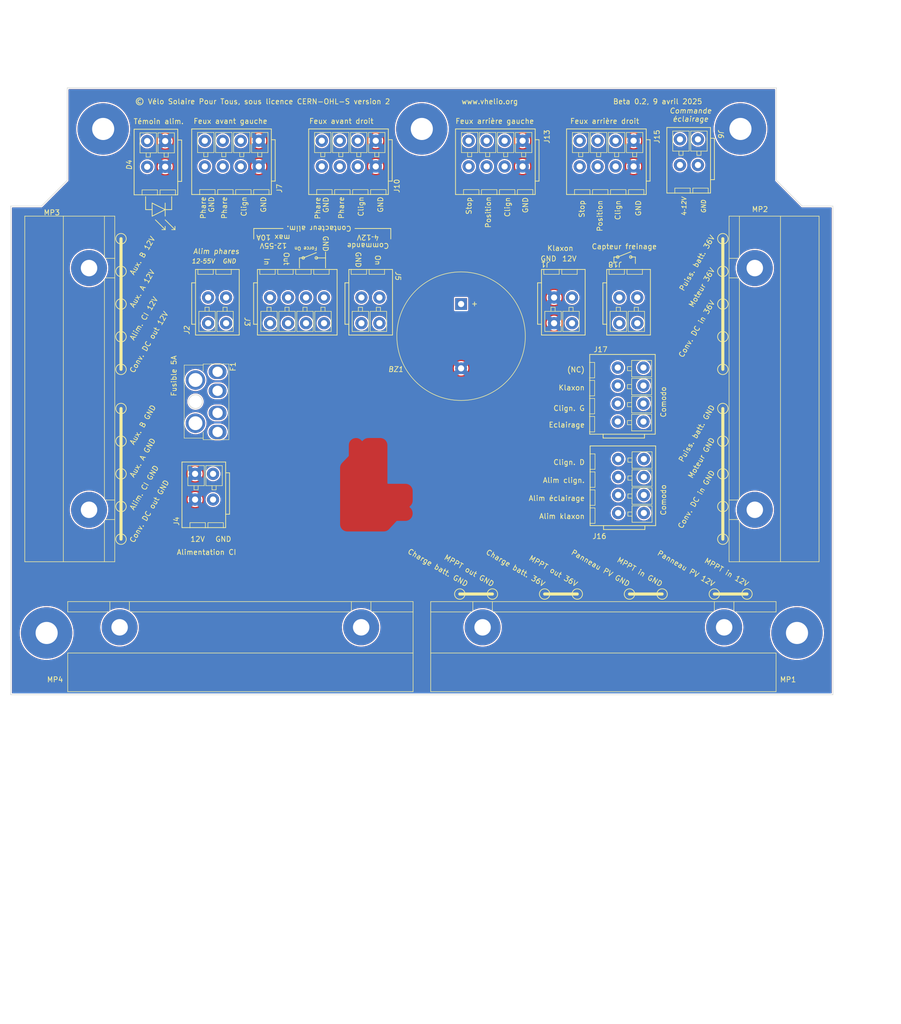
<source format=kicad_pcb>
(kicad_pcb (version 20211014) (generator pcbnew)

  (general
    (thickness 1.6)
  )

  (paper "A4")
  (layers
    (0 "F.Cu" signal)
    (31 "B.Cu" signal)
    (32 "B.Adhes" user "B.Adhesive")
    (33 "F.Adhes" user "F.Adhesive")
    (34 "B.Paste" user)
    (35 "F.Paste" user)
    (36 "B.SilkS" user "B.Silkscreen")
    (37 "F.SilkS" user "F.Silkscreen")
    (38 "B.Mask" user)
    (39 "F.Mask" user)
    (40 "Dwgs.User" user "User.Drawings")
    (41 "Cmts.User" user "User.Comments")
    (42 "Eco1.User" user "User.Eco1")
    (43 "Eco2.User" user "User.Eco2")
    (44 "Edge.Cuts" user)
    (45 "Margin" user)
    (46 "B.CrtYd" user "B.Courtyard")
    (47 "F.CrtYd" user "F.Courtyard")
    (48 "B.Fab" user)
    (49 "F.Fab" user)
    (50 "User.1" user)
    (51 "User.2" user)
    (52 "User.3" user)
    (53 "User.4" user)
    (54 "User.5" user)
    (55 "User.6" user)
    (56 "User.7" user)
    (57 "User.8" user)
    (58 "User.9" user)
  )

  (setup
    (stackup
      (layer "F.SilkS" (type "Top Silk Screen"))
      (layer "F.Paste" (type "Top Solder Paste"))
      (layer "F.Mask" (type "Top Solder Mask") (thickness 0.01))
      (layer "F.Cu" (type "copper") (thickness 0.035))
      (layer "dielectric 1" (type "core") (thickness 1.51) (material "FR4") (epsilon_r 4.5) (loss_tangent 0.02))
      (layer "B.Cu" (type "copper") (thickness 0.035))
      (layer "B.Mask" (type "Bottom Solder Mask") (thickness 0.01))
      (layer "B.Paste" (type "Bottom Solder Paste"))
      (layer "B.SilkS" (type "Bottom Silk Screen"))
      (copper_finish "None")
      (dielectric_constraints no)
    )
    (pad_to_mask_clearance 0)
    (pcbplotparams
      (layerselection 0x00010e0_ffffffff)
      (disableapertmacros false)
      (usegerberextensions false)
      (usegerberattributes true)
      (usegerberadvancedattributes true)
      (creategerberjobfile true)
      (svguseinch false)
      (svgprecision 6)
      (excludeedgelayer true)
      (plotframeref false)
      (viasonmask false)
      (mode 1)
      (useauxorigin false)
      (hpglpennumber 1)
      (hpglpenspeed 20)
      (hpglpendiameter 15.000000)
      (dxfpolygonmode true)
      (dxfimperialunits true)
      (dxfusepcbnewfont true)
      (psnegative false)
      (psa4output false)
      (plotreference true)
      (plotvalue true)
      (plotinvisibletext false)
      (sketchpadsonfab false)
      (subtractmaskfromsilk false)
      (outputformat 1)
      (mirror false)
      (drillshape 0)
      (scaleselection 1)
      (outputdirectory "")
    )
  )

  (net 0 "")
  (net 1 "GND")
  (net 2 "Net-(F1-Pad2)")
  (net 3 "Net-(D1-Pad2)")
  (net 4 "Net-(D3-Pad2)")
  (net 5 "/Phares")
  (net 6 "Net-(J13-Pad4)")
  (net 7 "Net-(J1-Pad2)")
  (net 8 "/Flasher/Out")
  (net 9 "unconnected-(J17-Pad4)")
  (net 10 "/12V_5A")
  (net 11 "/Flasher/Enable")
  (net 12 "/Contacteur Phares/Input")
  (net 13 "/Contacteur Phares/GND")
  (net 14 "/Contacteur Phares/Output")
  (net 15 "Net-(D4-Pad2)")
  (net 16 "/Conv12V_In.Vbatt")
  (net 17 "/Contacteur alim./Input")
  (net 18 "/Contacteur alim./SW_On")
  (net 19 "/Contacteur alim./GND")
  (net 20 "/Contacteur alim./Cmd_GND")
  (net 21 "/Contacteur alim./Cmd_On")
  (net 22 "/Contacteur Eclairage/Cmd_On")
  (net 23 "/Contacteur Eclairage/Cmd_GND")

  (footprint "circuit:Wago_221-500_SplicingConnectorHolder" (layer "F.Cu") (at 95.25 82.55 90))

  (footprint "circuit:MountingHole_5mm" (layer "F.Cu") (at 87 130))

  (footprint "circuit:Buzzer_25x16_12.5" (layer "F.Cu") (at 167.64 66.04 -90))

  (footprint "circuit:Generic_FuseHolder_MINI" (layer "F.Cu") (at 120.26 79.215 -90))

  (footprint "circuit:TerminalBlock_Wago_2601-3102_1x02_P3.50mm_Vertical" (layer "F.Cu") (at 119.38 104.06 180))

  (footprint "circuit:MountingHole_5mm" (layer "F.Cu") (at 98 32))

  (footprint "circuit:TerminalBlock_Wago_2601-3104_1x04_P3.50mm_Vertical" (layer "F.Cu") (at 179.61 39.29 180))

  (footprint "circuit:TerminalBlock_Wago_2601-3102_1x02_P3.50mm_Vertical" (layer "F.Cu") (at 110.065 39.35 180))

  (footprint "circuit:TerminalBlock_Wago_2601-3104_1x04_P3.50mm_Vertical" (layer "F.Cu") (at 201.210004 39.29 180))

  (footprint "circuit:MountingHole_5mm" (layer "F.Cu") (at 222 32))

  (footprint "circuit:TerminalBlock_Wago_2601-3104_1x04_P3.50mm_Vertical" (layer "F.Cu") (at 128.27 39.29 180))

  (footprint "circuit:TerminalBlock_Wago_2601-3102_1x02_P3.50mm_Vertical" (layer "F.Cu") (at 148.249996 64.77))

  (footprint "circuit:TerminalBlock_Wago_2601-3104_1x04_P3.50mm_Vertical" (layer "F.Cu") (at 198.2 106.68 90))

  (footprint "circuit:TerminalBlock_Wago_2601-3104_1x04_P3.50mm_Vertical" (layer "F.Cu") (at 130.469996 64.77))

  (footprint "circuit:Wago_221-500_SplicingConnectorHolder" (layer "F.Cu") (at 224.79 82.55 -90))

  (footprint "circuit:MountingHole_5mm" (layer "F.Cu") (at 160 32))

  (footprint "circuit:Wago_221-500_SplicingConnectorHolder" (layer "F.Cu") (at 124.7 128.9 180))

  (footprint "circuit:TerminalBlock_Wago_2601-3102_1x02_P3.50mm_Vertical" (layer "F.Cu") (at 118.419997 64.77))

  (footprint "circuit:TerminalBlock_Wago_2601-3102_1x02_P3.50mm_Vertical" (layer "F.Cu") (at 213.725002 39.0101 180))

  (footprint "circuit:TerminalBlock_Wago_2601-3102_1x02_P3.50mm_Vertical" (layer "F.Cu") (at 185.729997 64.77))

  (footprint "circuit:Wago_221-500_SplicingConnectorHolder" (layer "F.Cu") (at 195.326 128.905 180))

  (footprint "circuit:TerminalBlock_Wago_2601-3102_1x02_P3.50mm_Vertical" (layer "F.Cu") (at 198.429997 64.77))

  (footprint "circuit:TerminalBlock_Wago_2601-3104_1x04_P3.50mm_Vertical" (layer "F.Cu") (at 198.12 88.9 90))

  (footprint "circuit:MountingHole_5mm" (layer "F.Cu") (at 233 130))

  (footprint "circuit:TerminalBlock_Wago_2601-3104_1x04_P3.50mm_Vertical" (layer "F.Cu") (at 151.035 39.29 180))

  (gr_circle (center 218.567 53.34) (end 218.567 54.356) (layer "F.SilkS") (width 0.15) (fill none) (tstamp 00cc452e-ba96-4e88-af55-18733b4ebc37))
  (gr_line (start 110.065 49.67) (end 111.97 51.575) (layer "F.SilkS") (width 0.15) (tstamp 02a594a1-63e3-4caf-966f-fc58ea19f4e7))
  (gr_line (start 136.929996 57.07) (end 139.469996 56.054) (layer "F.SilkS") (width 0.15) (tstamp 037ebb6b-c1e3-482d-a0fb-4947fbe14174))
  (gr_circle (center 223.266 122.428) (end 224.282 122.428) (layer "F.SilkS") (width 0.15) (fill none) (tstamp 055fcf87-c6aa-4d3a-b430-5d09e34b74e5))
  (gr_line (start 133.009996 51.355) (end 127.294996 51.355) (layer "F.SilkS") (width 0.15) (tstamp 068534ec-c5c6-414a-b448-ea78477032d1))
  (gr_circle (center 101.473 92.71) (end 101.473 93.726) (layer "F.SilkS") (width 0.15) (fill none) (tstamp 0b32eb5e-cf7d-4f91-a80b-b69cb363145f))
  (gr_circle (center 101.473 66.04) (end 101.473 67.056) (layer "F.SilkS") (width 0.15) (fill none) (tstamp 0d55e7a3-dc43-43c6-9a9a-2009d8d31a46))
  (gr_line (start 153.964996 51.355) (end 153.964996 53.387) (layer "F.SilkS") (width 0.15) (tstamp 0dc4b1d0-539b-44b2-9ed8-610dac8e5c68))
  (gr_circle (center 218.567 111.76) (end 218.567 112.776) (layer "F.SilkS") (width 0.15) (fill none) (tstamp 0e0ef8f7-8f11-42c6-a45f-df3b4592f844))
  (gr_line (start 146.979996 51.355) (end 153.964996 51.355) (layer "F.SilkS") (width 0.15) (tstamp 1126cb33-aa4d-47c5-a9d3-0ccbb7a4aafd))
  (gr_circle (center 200.66 56.896) (end 200.66 57.15) (layer "F.SilkS") (width 0.15) (fill none) (tstamp 17f6ab72-b7e2-472b-871d-3fd3696efa95))
  (gr_circle (center 101.473 86.36) (end 101.473 87.376) (layer "F.SilkS") (width 0.15) (fill none) (tstamp 1c60a30a-615f-448b-a49b-d8cc700366e8))
  (gr_circle (center 218.567 66.04) (end 218.567 67.056) (layer "F.SilkS") (width 0.15) (fill none) (tstamp 1eb217a3-880e-4df2-9811-286c14ac7f74))
  (gr_circle (center 101.473 59.69) (end 101.473 60.706) (layer "F.SilkS") (width 0.15) (fill none) (tstamp 21c33e54-0519-410a-b68d-8ed076ea3b1e))
  (gr_circle (center 218.567 105.41) (end 218.567 106.426) (layer "F.SilkS") (width 0.15) (fill none) (tstamp 22f715ec-100a-4c8e-ab3e-fe94307aa39f))
  (gr_line (start 136.184996 57.07) (end 136.929996 57.07) (layer "F.SilkS") (width 0.15) (tstamp 2665a517-cfa8-4700-85c7-f742ee9f908d))
  (gr_line (start 218.567 111.76) (end 218.567 86.36) (layer "F.SilkS") (width 0.6) (tstamp 267ab17e-424b-4c5b-bf96-65deaaa5db5d))
  (gr_line (start 167.386 122.428) (end 173.736 122.428) (layer "F.SilkS") (width 0.6) (tstamp 276e2239-1b6d-4c52-a207-9385ed3216ee))
  (gr_line (start 200.66 56.896) (end 201.5575 56.896) (layer "F.SilkS") (width 0.15) (tstamp 2e1070d1-8b90-4095-b73a-5aadfaf05087))
  (gr_line (start 110.065 51.575) (end 109.43 51.575) (layer "F.SilkS") (width 0.15) (tstamp 2e786532-f920-47ea-9841-8e7bb6ce3463))
  (gr_circle (center 200.406 122.428) (end 200.406 123.444) (layer "F.SilkS") (width 0.15) (fill none) (tstamp 30a29d66-4141-4259-8081-d6952d8bac58))
  (gr_line (start 136.184996 59.03) (end 136.184996 57.07) (layer "F.SilkS") (width 0.15) (tstamp 317163f5-2dcf-44f7-ad22-042c6ecaf6a0))
  (gr_circle (center 218.567 86.36) (end 218.567 87.376) (layer "F.SilkS") (width 0.15) (fill none) (tstamp 3415d0f1-a5ec-4da2-977b-59cdf177a34e))
  (gr_circle (center 136.929996 57.07) (end 136.929996 57.324) (layer "F.SilkS") (width 0.15) (fill none) (tstamp 3ba68855-4f8b-4d02-b57a-7a757e623ac6))
  (gr_line (start 111.97 51.575) (end 111.97 50.94) (layer "F.SilkS") (width 0.15) (tstamp 4697eb8f-0f28-44fc-90dd-b22cc4335acb))
  (gr_line (start 141.264996 57.07) (end 141.264996 55.93) (layer "F.SilkS") (width 0.15) (tstamp 4819e6ac-a9c0-4c09-bfda-e07ec8ea84f5))
  (gr_line (start 198.12 56.896) (end 200.66 55.88) (layer "F.SilkS") (width 0.15) (tstamp 482f58f4-39b9-4ff8-88d2-44b868e0bd34))
  (gr_line (start 141.264996 59.03) (end 141.264996 57.07) (layer "F.SilkS") (width 0.15) (tstamp 4884cbfa-0b58-4e04-88a2-8b0679a49cfe))
  (gr_circle (center 173.736 122.428) (end 174.752 122.428) (layer "F.SilkS") (width 0.15) (fill none) (tstamp 4ae8d5b6-ac5e-42d2-b8f3-c8cc021daa80))
  (gr_circle (center 198.12 56.896) (end 198.12 57.15) (layer "F.SilkS") (width 0.15) (fill none) (tstamp 4b0f6781-c0b7-486c-8312-592253a8a891))
  (gr_circle (center 101.473 72.39) (end 101.473 73.406) (layer "F.SilkS") (width 0.15) (fill none) (tstamp 51e3ee0a-facb-4db4-9532-340a50f8f1f2))
  (gr_circle (center 206.756 122.428) (end 207.772 122.428) (layer "F.SilkS") (width 0.15) (fill none) (tstamp 556aaf9d-07f6-43f6-8fc0-4e9785c941f1))
  (gr_circle (center 101.473 111.76) (end 101.473 112.776) (layer "F.SilkS") (width 0.15) (fill none) (tstamp 5bf0cce5-0f16-48e1-8027-73d52d0770a7))
  (gr_line (start 139.469996 57.07) (end 141.264996 57.07) (layer "F.SilkS") (width 0.15) (tstamp 64594d5f-3d87-4b12-b761-9dd43370d25f))
  (gr_line (start 101.473 111.76) (end 101.473 86.36) (layer "F.SilkS") (width 0.6) (tstamp 6880ab3e-a6aa-4a14-9152-a9eb9358d1fc))
  (gr_circle (center 139.469996 57.07) (end 139.469996 57.324) (layer "F.SilkS") (width 0.15) (fill none) (tstamp 70832878-fccb-4304-88d0-2e6b8d58c95c))
  (gr_line (start 108.16 49.67) (end 110.065 51.575) (layer "F.SilkS") (width 0.15) (tstamp 727e071c-eaf2-4e9e-8a48-d3867d08e441))
  (gr_line (start 111.335 47.685) (end 110.065 47.685) (layer "F.SilkS") (width 0.15) (tstamp 72e5cdee-e2b5-4879-b34a-7105eeff0d2c))
  (gr_line (start 111.335 45.145) (end 111.335 47.685) (layer "F.SilkS") (width 0.15) (tstamp 7569aad8-8a6d-433c-8c24-c4db9a15c4e6))
  (gr_line (start 107.525 47.685) (end 106.255 47.685) (layer "F.SilkS") (width 0.15) (tstamp 75f1566c-4461-4c8b-9496-c4eef6fcab39))
  (gr_line (start 197.375 58.166) (end 197.375 56.896) (layer "F.SilkS") (width 0.15) (tstamp 80d6f751-144e-4b78-8c53-d2202404aeb1))
  (gr_circle (center 218.567 72.39) (end 218.567 73.406) (layer "F.SilkS") (width 0.15) (fill none) (tstamp 82d429c8-e93d-4f0a-b38e-c4998fc025d4))
  (gr_line (start 107.525 48.955) (end 110.065 47.685) (layer "F.SilkS") (width 0.15) (tstamp 8acdc194-8eb2-4844-ada6-b7ec427d9771))
  (gr_circle (center 218.567 99.06) (end 218.567 100.076) (layer "F.SilkS") (width 0.15) (fill none) (tstamp 8c73b2a6-3a37-44e3-a20a-4d59420eda58))
  (gr_line (start 201.5575 58.166) (end 201.5575 56.896) (layer "F.SilkS") (width 0.15) (tstamp 8e5602d0-51fa-43ea-9f41-ca86756319b4))
  (gr_circle (center 101.473 78.74) (end 101.473 79.756) (layer "F.SilkS") (width 0.15) (fill none) (tstamp 92debe54-aa60-4d78-93c4-7bed450025c3))
  (gr_circle (center 183.896 122.428) (end 183.896 123.444) (layer "F.SilkS") (width 0.15) (fill none) (tstamp 9e269d91-7d17-4c00-b467-153271320d02))
  (gr_line (start 200.406 122.428) (end 206.756 122.428) (layer "F.SilkS") (width 0.6) (tstamp 9f5f49d5-5120-4673-b032-f8b828707780))
  (gr_line (start 106.255 47.685) (end 106.255 45.145) (layer "F.SilkS") (width 0.15) (tstamp a02edd95-fcd5-4c79-9801-4f51d81cdcae))
  (gr_line (start 107.525 48.955) (end 107.525 46.415) (layer "F.SilkS") (width 0.15) (tstamp a39c9d13-1b65-4a97-983d-9a0912539003))
  (gr_line (start 110.065 46.415) (end 110.065 48.955) (layer "F.SilkS") (width 0.15) (tstamp a7259c12-151a-4ebf-98e2-3f550ac0ea9c))
  (gr_circle (center 218.567 78.74) (end 218.567 79.756) (layer "F.SilkS") (width 0.15) (fill none) (tstamp ae522db0-de0e-46c6-a5db-2a3e5dc1e2c8))
  (gr_line (start 127.294996 51.355) (end 127.294996 53.387) (layer "F.SilkS") (width 0.15) (tstamp b1475cfc-f5b5-4704-a5aa-53acc476c910))
  (gr_line (start 183.896 122.428) (end 190.246 122.428) (layer "F.SilkS") (width 0.6) (tstamp b9dd1e64-81b6-4cb3-a41a-714927a1f651))
  (gr_line (start 216.916 122.428) (end 223.266 122.428) (layer "F.SilkS") (width 0.6) (tstamp bd1578a3-4a14-4bd9-bd84-0de04e146746))
  (gr_line (start 218.567 78.74) (end 218.567 53.34) (layer "F.SilkS") (width 0.6) (tstamp c385224b-423f-40f8-919d-7bb5706505b4))
  (gr_circle (center 101.473 53.34) (end 101.473 54.356) (layer "F.SilkS") (width 0.15) (fill none) (tstamp c52275f8-949a-4fec-91e2-a5d4834b2abf))
  (gr_circle (center 190.246 122.428) (end 191.262 122.428) (layer "F.SilkS") (width 0.15) (fill none) (tstamp c623ebf3-b72b-47a6-99f0-44d878243028))
  (gr_line (start 110.065 51.575) (end 110.065 50.94) (layer "F.SilkS") (width 0.15) (tstamp cee8825d-6503-4870-a58f-6925602171f7))
  (gr_line (start 107.525 46.415) (end 110.065 47.685) (layer "F.SilkS") (width 0.15) (tstamp dc0c2167-ee02-491d-bfbe-1a34ac09efc2))
  (gr_circle (center 218.567 92.71) (end 218.567 93.726) (layer "F.SilkS") (width 0.15) (fill none) (tstamp dd06bd11-c251-457b-b962-c3f96bc19116))
  (gr_circle (center 101.473 105.41) (end 101.473 106.426) (layer "F.SilkS") (width 0.15) (fill none) (tstamp e0a52752-2d8f-477c-9516-b9400a50c85b))
  (gr_line (start 101.473 78.74) (end 101.473 53.34) (layer "F.SilkS") (width 0.6) (tstamp e16a7896-6132-41a2-88b1-6a30824e02f1))
  (gr_circle (center 218.567 59.69) (end 218.567 60.706) (layer "F.SilkS") (width 0.15) (fill none) (tstamp e613b6cd-fa9d-4fee-b77c-739df61b24e7))
  (gr_line (start 111.97 51.575) (end 111.335 51.575) (layer "F.SilkS") (width 0.15) (tstamp e835b205-57f1-4f5f-90bd-12b683a23f7a))
  (gr_line (start 198.12 56.896) (end 197.375 56.896) (layer "F.SilkS") (width 0.15) (tstamp eab20386-356c-43f2-b418-f387d4e5b910))
  (gr_circle (center 167.386 122.428) (end 167.386 123.444) (layer "F.SilkS") (width 0.15) (fill none) (tstamp f896295d-a092-487a-b396-fb2265acf685))
  (gr_circle (center 216.916 122.428) (end 216.916 123.444) (layer "F.SilkS") (width 0.15) (fill none) (tstamp f96da55c-37fd-441a-97cf-2faa4effb06f))
  (gr_circle (center 101.473 99.06) (end 101.473 100.076) (layer "F.SilkS") (width 0.15) (fill none) (tstamp ff786ef8-333e-498b-b6d9-09fa2cc3b86f))
  (gr_line (start 80 142) (end 240 142) (layer "Edge.Cuts") (width 0.1) (tstamp 0653d88d-1431-47ec-b679-ea373d096b5c))
  (gr_line (start 91 42) (end 86 47) (layer "Edge.Cuts") (width 0.1) (tstamp 20031590-d6a9-4d4d-aeb2-12d6c03d848d))
  (gr_line (start 80 47) (end 80 142) (layer "Edge.Cuts") (width 0.1) (tstamp 309b270e-f689-4205-9d34-2966e857793a))
  (gr_line (start 86 47) (end 80 47) (layer "Edge.Cuts") (width 0.1) (tstamp 67fc2518-2259-460f-b3b5-dc49255b47ce))
  (gr_line (start 240 142) (end 240 47) (layer "Edge.Cuts") (width 0.1) (tstamp 835448c7-ec80-4766-a6c1-a5a582a55684))
  (gr_line (start 229 42) (end 229 24) (layer "Edge.Cuts") (width 0.1) (tstamp bc28053b-c624-471c-bafd-fe221ed3a78b))
  (gr_line (start 240 47) (end 234 47) (layer "Edge.Cuts") (width 0.1) (tstamp dc7f8437-4519-40a8-853e-b8c64fff5080))
  (gr_line (start 234 47) (end 229 42) (layer "Edge.Cuts") (width 0.1) (tstamp df39f544-6a68-4dec-9837-3610e712e7fc))
  (gr_line (start 91 24) (end 91 42) (layer "Edge.Cuts") (width 0.1) (tstamp e7d07347-8f92-4757-b77d-096737c09350))
  (gr_line (start 229 24) (end 91 24) (layer "Edge.Cuts") (width 0.1) (tstamp f1732b78-e412-478b-a411-26b6d186de6e))
  (gr_circle (center 87 155) (end 91.25 155) (layer "User.1") (width 0.15) (fill none) (tstamp 0f5c4b30-c0ff-4ea9-8609-d16608af6988))
  (gr_circle (center 135 32) (end 137.5 32) (layer "User.1") (width 0.15) (fill none) (tstamp 0f919cdd-a5f3-4b85-a8b8-f7065671d670))
  (gr_circle (center 87 155) (end 89.5 155) (layer "User.1") (width 0.15) (fill none) (tstamp 1187039d-a799-4aed-80bb-8527df2487de))
  (gr_line (start 242 43) (end 242 163) (layer "User.1") (width 0.15) (tstamp 1239a899-2d86-437c-a7c6-a45c750b797b))
  (gr_arc (start 207 61) (mid 200 68) (end 193 61) (layer "User.1") (width 0.15) (tstamp 19cedc73-39dd-45d0-ae7f-105d2c115b1e))
  (gr_circle (center 233 105) (end 235.5 105) (layer "User.1") (width 0.15) (fill none) (tstamp 1a01cc57-ad0b-4768-9efd-187cae7f663b))
  (gr_line (start 90 21) (end 90 36) (layer "User.1") (width 0.15) (tstamp 1a205cc7-d510-4f63-9e52-660d5e978809))
  (gr_circle (center 87 105) (end 91.25 105) (layer "User.1") (width 0.15) (fill none) (tstamp 1a78e0d8-e7a6-4444-9d43-305bebf0cf56))
  (gr_circle (center 160 32) (end 162.5 32) (layer "User.1") (width 0.15) (fill none) (tstamp 264f73fc-8dd8-4ffe-b620-caf2bcdd322e))
  (gr_circle (center 222 32) (end 224.5 32) (layer "User.1") (width 0.15) (fill none) (tstamp 2b112852-55b9-41a2-a3ef-e24676023acd))
  (gr_circle (center 87 180) (end 91.25 180) (layer "User.1") (width 0.15) (fill none) (tstamp 4204a84a-3d76-439d-8018-f4a035974e78))
  (gr_circle (center 87 130) (end 91.25 130) (layer "User.1") (width 0.15) (fill none) (tstamp 44005962-93be-4e03-8c07-87281a28b9fb))
  (gr_line (start 113 61) (end 113 55) (layer "User.1") (width 0.15) (tstamp 486936d5-07fe-4338-a7d3-4884516399c8))
  (gr_line (start 83 43) (end 78 43) (layer "User.1") (width 0.15) (tstamp 48e1d1b8-ab30-404d-aefc-b1a414460db6))
  (gr_line (start 78 43) (end 78 188) (layer "User.1") (width 0.15) (tstamp 4a3f2107-acc7-4455-bbbc-54a90e7549f4))
  (gr_line (start 90 21) (end 230 21) (layer "User.1") (width 0.15) (tstamp 4f3a241b-e1fa-44ba-995d-472ab6a8a7da))
  (gr_circle (center 87 180) (end 89.5 180) (layer "User.1") (width 0.15) (fill none) (tstamp 5911e315-9086-4ea4-b100-a6cc3b412ae5))
  (gr_arc (start 90 36) (mid 87.949747 40.949747) (end 83 43) (layer "User.1") (width 0.15) (tstamp 62208b62-981d-42be-898b-3543ec11d659))
  (gr_circle (center 160 32) (end 164.25 32) (layer "User.1") (width 0.15) (fill none) (tstamp 658f95df-7b3b-48f7-be1d-684044b56f9f))
  (gr_line (start 207 55) (end 207 61) (layer "User.1") (width 0.15) (tstamp 6676203a-f597-4011-aa34-75cc714cede9))
  (gr_line (start 230 21) (end 230 36) (layer "User.1") (width 0.15) (tstamp 6692528d-58f8-4b01-ac3c-7651e6ca5eea))
  (gr_arc (start 193 55) (mid 200 48) (end 207 55) (layer "User.1") (width 0.15) (tstamp 72e7dc59-bf67-4a9f-a497-02b05214a595))
  (gr_circle (center 233 80) (end 235.5 80) (layer "User.1") (width 0.15) (fill none) (tstamp 75826842-2327-4882-af6a-114172afc13b))
  (gr_arc (start 127 61) (mid 120 68) (end 113 61) (layer "User.1") (width 0.15) (tstamp 7873afbf-cd08-4ddb-9f2e-baf3bf5180e7))
  (gr_circle (center 233 155) (end 235.5 155) (layer "User.1") (width 0.15) (fill none) (tstamp 8dccfcf9-b88f-41aa-b66b-945685b832c3))
  (gr_circle (center 87 80) (end 91.25 80) (layer "User.1") (width 0.15) (fill none) (tstamp a741b79d-ac66-48a9-a0da-f739ddfced6a))
  (gr_circle (center 185 32) (end 187.5 32) (layer "User.1") (width 0.15) (fill none) (tstamp aac84f6c-2493-4c35-9477-e988a1ece973))
  (gr_circle (center 98 32) (end 100.5 32) (layer "User.1") (width 0.15) (fill none) (tstamp ae61a4b0-e515-44a3-92b6-f5d1dcc89944))
  (gr_circle (center 98 32) (end 102.25 32) (layer "User.1") (width 0.15) (fill none) (tstamp b09ec139-0651-49b2-a3a3-6395ebbac469))
  (gr_circle (center 87 105) (end 89.5 105) (layer "User.1") (width 0.15) (fill none) (tstamp b12fbd96-ec89-40f3-8ea6-7be107c04398))
  (gr_line (start 160 7) (end 160 206) (layer "User.1") (width 0.15) (tstamp b6eb511e-f5bb-477b-b69e-50bd8fb100ce))
  (gr_circle (center 233 130) (end 235.5 130) (layer "User.1") (width 0.15) (fill none) (tstamp c1525c32-1058-4cf5-aa1a-e138a5a4b5b2))
  (gr_line (start 237 43) (end 242 43) (layer "User.1") (width 0.15) (tstamp c73c8e13-2851-4594-a8a7-840c2e0784c7))
  (gr_line (start 127 55) (end 127 61) (layer "User.1") (width 0.15) (tstamp cbe85ed7-a83f-41ff-8de8-9c26c0510ef5))
  (gr_circle (center 87 130) (end 89.5 130) (layer "User.1") (width 0.15) (fill none) (tstamp d113f4b7-e73f-41bc-816a-0266cd4f8b6f))
  (gr_circle (center 233 130) (end 237.25 130) (layer "User.1") (width 0.15) (fill none) (tstamp d1e346f7-67b2-4e96-9643-bb89e93d9347))
  (gr_line (start 193 61) (end 193 55) (layer "User.1") (width 0.15) (tstamp d38c3767-00fa-4da0-b304-6a338767e327))
  (gr_circle (center 233 155) (end 237.25 155) (layer "User.1") (width 0.15) (fill none) (tstamp d60b1a57-bfdf-46a1-9f32-9d7351a4f600))
  (gr_circle (center 222 32) (end 226.25 32) (layer "User.1") (width 0.15) (fill none) (tstamp dd04b9a4-26a8-441a-adfc-8ac57ccb3efe))
  (gr_circle (center 185 32) (end 189.25 32) (layer "User.1") (width 0.15) (fill none) (tstamp e1049270-13c8-4f71-b883-047d43869287))
  (gr_arc (start 237 43) (mid 232.050253 40.949747) (end 230 36) (layer "User.1") (width 0.15) (tstamp e18936a6-6e7e-40af-b712-e6e714d4b524))
  (gr_circle (center 233 105) (end 237.25 105) (layer "User.1") (width 0.15) (fill none) (tstamp e7ec4d15-a00e-4bef-8318-ce0ae032ba25))
  (gr_arc (start 113 55) (mid 120 48) (end 127 55) (layer "User.1") (width 0.15) (tstamp ecd5daec-c6cc-4a09-b14e-13e8c2977820))
  (gr_circle (center 233 80) (end 237.25 80) (layer "User.1") (width 0.15) (fill none) (tstamp f31eeece-87f6-4d1e-9a52-ea66eb6c03be))
  (gr_circle (center 87 80) (end 89.5 80) (layer "User.1") (width 0.15) (fill none) (tstamp f42b4609-f3c3-4d9e-9563-fbe07d08a488))
  (gr_circle (center 135 32) (end 139.25 32) (layer "User.1") (width 0.15) (fill none) (tstamp f52d5de7-6b32-4026-b1e0-77dc04b7263d))
  (gr_rect (start 222.25 49.53) (end 207.01 115.57) (layer "User.9") (width 0.15) (fill none) (tstamp 0e6a464d-cfb4-47cd-9f07-232d719b8bab))
  (gr_rect (start 97.79 49.53) (end 113.03 115.57) (layer "User.9") (width 0.15) (fill none) (tstamp 4955c680-2468-443d-8515-50bed4affcdb))
  (gr_rect (start 104.14 44.45) (end 215.9 59.69) (layer "User.9") (width 0.15) (fill none) (tstamp 5161f1f0-8976-4b16-9a5e-65e5c94eb522))
  (gr_rect (start 91.44 109.22) (end 228.6 125.73) (layer "User.9") (width 0.15) (fill none) (tstamp 7d3a116d-1087-4d9b-8e52-fb28d3e44ca2))
  (gr_rect (start 193.04 109.22) (end 177.8 80.01) (layer "User.9") (width 0.15) (fill none) (tstamp 96f7e2c0-5943-4fd8-8992-5d3fe18ae615))
  (gr_text "Alim clign." (at 191.77 100.315) (layer "F.SilkS") (tstamp 009327c0-15ee-46e8-892a-58efec518749)
    (effects (font (size 1 1) (thickness 0.15)) (justify right))
  )
  (gr_text "Puiss. batt. 36V" (at 216.662 52.705 60) (layer "F.SilkS") (tstamp 0179d269-e1dc-4937-a3ba-dc7abdc5a4b8)
    (effects (font (size 1 1) (thickness 0.15)) (justify right))
  )
  (gr_text "Commande\n4‐12V" (at 149.519996 53.895 180) (layer "F.SilkS") (tstamp 06e4eecf-6ab1-4b01-8220-fd630e85e289)
    (effects (font (size 1 1) (thickness 0.15)))
  )
  (gr_text "Capteur freinage" (at 199.39 54.864) (layer "F.SilkS") (tstamp 10f0e3a0-addc-4d65-a2d4-724846e23a5f)
    (effects (font (size 1 1) (thickness 0.15)))
  )
  (gr_text "MPPT in GND" (at 206.756 120.65 330) (layer "F.S
... [852957 chars truncated]
</source>
